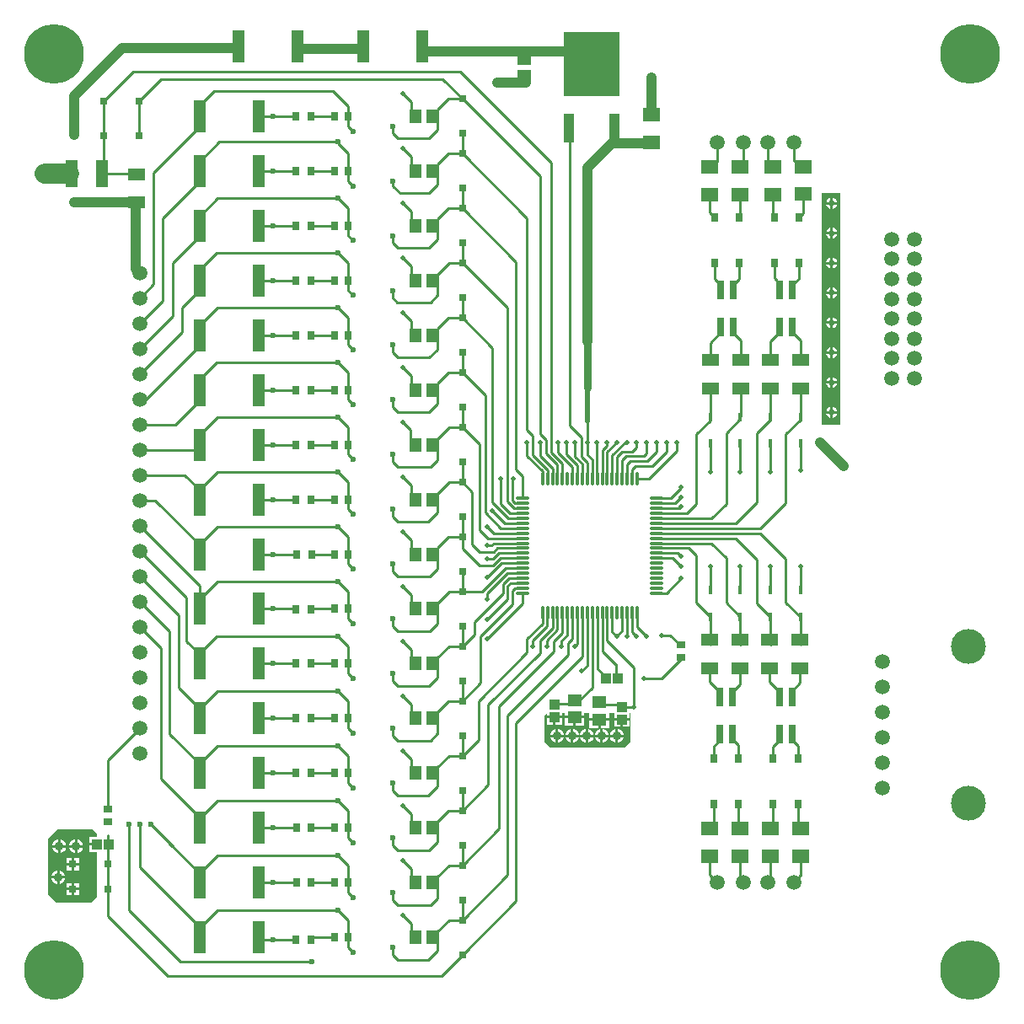
<source format=gtl>
G04 Layer_Physical_Order=1*
G04 Layer_Color=255*
%FSLAX25Y25*%
%MOIN*%
G70*
G01*
G75*
%ADD10R,0.07087X0.05315*%
%ADD11R,0.03937X0.03937*%
%ADD12R,0.04724X0.12992*%
%ADD13R,0.06890X0.04528*%
%ADD14R,0.03150X0.03740*%
%ADD15R,0.02756X0.03150*%
%ADD16R,0.02756X0.07677*%
%ADD17R,0.03150X0.03347*%
%ADD18O,0.01181X0.05709*%
%ADD19O,0.05709X0.01181*%
%ADD20R,0.03937X0.03937*%
%ADD21R,0.05709X0.04921*%
%ADD22R,0.03740X0.03150*%
%ADD23R,0.01772X0.03347*%
%ADD24R,0.21850X0.25197*%
%ADD25R,0.03937X0.11811*%
%ADD26R,0.04528X0.10630*%
%ADD27R,0.03150X0.02756*%
%ADD28R,0.04921X0.05709*%
%ADD29R,0.02559X0.03347*%
%ADD30C,0.01000*%
%ADD31C,0.03937*%
%ADD32C,0.07874*%
%ADD33C,0.01968*%
%ADD34C,0.02953*%
%ADD35C,0.05905*%
%ADD36C,0.23622*%
%ADD37C,0.13780*%
%ADD38C,0.02362*%
%ADD39C,0.03150*%
%ADD40C,0.03543*%
%ADD41C,0.01968*%
G36*
X243709Y105905D02*
X241347Y103543D01*
X211811D01*
X209457Y105512D01*
X209457Y115961D01*
X210432Y116936D01*
X210614Y116860D01*
Y116248D01*
X216551D01*
Y117323D01*
X217602D01*
Y116248D01*
X225311D01*
Y117323D01*
X227445D01*
Y115264D01*
X231299D01*
X235154D01*
Y117323D01*
X237189D01*
Y115264D01*
X240158D01*
X243126D01*
Y117323D01*
X243709D01*
X243709Y105905D01*
D02*
G37*
G36*
X326772Y322917D02*
X326772Y231184D01*
X319443Y231184D01*
X319443Y322917D01*
X326772Y322917D01*
D02*
G37*
G36*
X32677Y69685D02*
Y68323D01*
X29512D01*
Y65854D01*
X32480D01*
Y64854D01*
X29512D01*
Y62386D01*
X32677D01*
X32677Y44488D01*
X30315Y42126D01*
X16535Y42126D01*
X13386Y45276D01*
X13386Y67716D01*
X16929Y71260D01*
X31102D01*
X32677Y69685D01*
D02*
G37*
%LPC*%
G36*
X235013Y107768D02*
X232784D01*
Y105538D01*
X233007Y105567D01*
X233681Y105847D01*
X234260Y106291D01*
X234704Y106870D01*
X234984Y107544D01*
X235013Y107768D01*
D02*
G37*
G36*
X231784D02*
X229554D01*
X229583Y107544D01*
X229862Y106870D01*
X230307Y106291D01*
X230886Y105847D01*
X231560Y105567D01*
X231784Y105538D01*
Y107768D01*
D02*
G37*
G36*
X240919D02*
X238689D01*
Y105538D01*
X238913Y105567D01*
X239587Y105847D01*
X240166Y106291D01*
X240610Y106870D01*
X240889Y107544D01*
X240919Y107768D01*
D02*
G37*
G36*
X237689D02*
X235459D01*
X235489Y107544D01*
X235768Y106870D01*
X236212Y106291D01*
X236791Y105847D01*
X237465Y105567D01*
X237689Y105538D01*
Y107768D01*
D02*
G37*
G36*
X220079D02*
X217849D01*
X217878Y107544D01*
X218158Y106870D01*
X218602Y106291D01*
X219181Y105847D01*
X219855Y105567D01*
X220079Y105538D01*
Y107768D01*
D02*
G37*
G36*
X217297D02*
X215067D01*
Y105538D01*
X215290Y105567D01*
X215965Y105847D01*
X216544Y106291D01*
X216988Y106870D01*
X217267Y107544D01*
X217297Y107768D01*
D02*
G37*
G36*
X223308D02*
X221079D01*
Y105538D01*
X221302Y105567D01*
X221976Y105847D01*
X222555Y106291D01*
X223000Y106870D01*
X223279Y107544D01*
X223308Y107768D01*
D02*
G37*
G36*
X229108D02*
X226878D01*
Y105538D01*
X227101Y105567D01*
X227776Y105847D01*
X228355Y106291D01*
X228799Y106870D01*
X229078Y107544D01*
X229108Y107768D01*
D02*
G37*
G36*
X225878D02*
X223648D01*
X223678Y107544D01*
X223957Y106870D01*
X224401Y106291D01*
X224980Y105847D01*
X225654Y105567D01*
X225878Y105538D01*
Y107768D01*
D02*
G37*
G36*
X226878Y110997D02*
Y108768D01*
X229108D01*
X229078Y108991D01*
X228799Y109666D01*
X228355Y110245D01*
X227776Y110689D01*
X227101Y110968D01*
X226878Y110997D01*
D02*
G37*
G36*
X225878D02*
X225654Y110968D01*
X224980Y110689D01*
X224401Y110245D01*
X223957Y109666D01*
X223678Y108991D01*
X223648Y108768D01*
X225878D01*
Y110997D01*
D02*
G37*
G36*
X232784D02*
Y108768D01*
X235013D01*
X234984Y108991D01*
X234704Y109666D01*
X234260Y110245D01*
X233681Y110689D01*
X233007Y110968D01*
X232784Y110997D01*
D02*
G37*
G36*
X231784D02*
X231560Y110968D01*
X230886Y110689D01*
X230307Y110245D01*
X229862Y109666D01*
X229583Y108991D01*
X229554Y108768D01*
X231784D01*
Y110997D01*
D02*
G37*
G36*
X221079D02*
Y108768D01*
X223308D01*
X223279Y108991D01*
X223000Y109666D01*
X222555Y110245D01*
X221976Y110689D01*
X221302Y110968D01*
X221079Y110997D01*
D02*
G37*
G36*
X237689D02*
X237465Y110968D01*
X236791Y110689D01*
X236212Y110245D01*
X235768Y109666D01*
X235489Y108991D01*
X235459Y108768D01*
X237689D01*
Y110997D01*
D02*
G37*
G36*
X214067D02*
X213843Y110968D01*
X213169Y110689D01*
X212590Y110245D01*
X212146Y109666D01*
X211867Y108991D01*
X211837Y108768D01*
X214067D01*
Y110997D01*
D02*
G37*
G36*
X220079D02*
X219855Y110968D01*
X219181Y110689D01*
X218602Y110245D01*
X218158Y109666D01*
X217878Y108991D01*
X217849Y108768D01*
X220079D01*
Y110997D01*
D02*
G37*
G36*
X215067D02*
Y108768D01*
X217297D01*
X217267Y108991D01*
X216988Y109666D01*
X216544Y110245D01*
X215965Y110689D01*
X215290Y110968D01*
X215067Y110997D01*
D02*
G37*
G36*
X214067Y107768D02*
X211837D01*
X211867Y107544D01*
X212146Y106870D01*
X212590Y106291D01*
X213169Y105847D01*
X213843Y105567D01*
X214067Y105538D01*
Y107768D01*
D02*
G37*
G36*
X238689Y110997D02*
Y108768D01*
X240919D01*
X240889Y108991D01*
X240610Y109666D01*
X240166Y110245D01*
X239587Y110689D01*
X238913Y110968D01*
X238689Y110997D01*
D02*
G37*
G36*
X213083Y115248D02*
X210614D01*
Y112779D01*
X213083D01*
Y115248D01*
D02*
G37*
G36*
X225311Y115248D02*
X221957D01*
Y112287D01*
X225311D01*
Y115248D01*
D02*
G37*
G36*
X216551Y115248D02*
X214083D01*
Y112779D01*
X216551D01*
Y115248D01*
D02*
G37*
G36*
X235154Y114264D02*
X231799D01*
Y111303D01*
X235154D01*
Y114264D01*
D02*
G37*
G36*
X230799D02*
X227445D01*
Y111303D01*
X230799D01*
Y114264D01*
D02*
G37*
G36*
X239657D02*
X237189D01*
Y111795D01*
X239657D01*
Y114264D01*
D02*
G37*
G36*
X220957Y115248D02*
X217602D01*
Y112287D01*
X220957D01*
Y115248D01*
D02*
G37*
G36*
X243126Y114264D02*
X240657D01*
Y111795D01*
X243126D01*
Y114264D01*
D02*
G37*
G36*
X322728Y285589D02*
X322377Y285519D01*
X321656Y285037D01*
X321174Y284316D01*
X321104Y283965D01*
X322728D01*
Y285589D01*
D02*
G37*
G36*
X325353Y282965D02*
X323728D01*
Y281340D01*
X324079Y281410D01*
X324801Y281892D01*
X325283Y282613D01*
X325353Y282965D01*
D02*
G37*
G36*
X323728Y285589D02*
Y283965D01*
X325353D01*
X325283Y284316D01*
X324801Y285037D01*
X324079Y285519D01*
X323728Y285589D01*
D02*
G37*
G36*
X325353Y294776D02*
X323728D01*
Y293151D01*
X324079Y293221D01*
X324801Y293703D01*
X325283Y294425D01*
X325353Y294776D01*
D02*
G37*
G36*
X322728D02*
X321104D01*
X321174Y294425D01*
X321656Y293703D01*
X322377Y293221D01*
X322728Y293151D01*
Y294776D01*
D02*
G37*
G36*
X325353Y271153D02*
X323728D01*
Y269529D01*
X324079Y269599D01*
X324801Y270081D01*
X325283Y270802D01*
X325353Y271153D01*
D02*
G37*
G36*
X322728D02*
X321104D01*
X321174Y270802D01*
X321656Y270081D01*
X322377Y269599D01*
X322728Y269529D01*
Y271153D01*
D02*
G37*
G36*
Y273778D02*
X322377Y273708D01*
X321656Y273226D01*
X321174Y272505D01*
X321104Y272153D01*
X322728D01*
Y273778D01*
D02*
G37*
G36*
Y282965D02*
X321104D01*
X321174Y282613D01*
X321656Y281892D01*
X322377Y281410D01*
X322728Y281340D01*
Y282965D01*
D02*
G37*
G36*
X323728Y273778D02*
Y272153D01*
X325353D01*
X325283Y272505D01*
X324801Y273226D01*
X324079Y273708D01*
X323728Y273778D01*
D02*
G37*
G36*
X322728Y318398D02*
X321104D01*
X321174Y318047D01*
X321656Y317325D01*
X322377Y316843D01*
X322728Y316773D01*
Y318398D01*
D02*
G37*
G36*
X323728Y309211D02*
Y307587D01*
X325353D01*
X325283Y307938D01*
X324801Y308659D01*
X324079Y309141D01*
X323728Y309211D01*
D02*
G37*
G36*
X325353Y318398D02*
X323728D01*
Y316773D01*
X324079Y316843D01*
X324801Y317325D01*
X325283Y318047D01*
X325353Y318398D01*
D02*
G37*
G36*
X323728Y321022D02*
Y319398D01*
X325353D01*
X325283Y319749D01*
X324801Y320470D01*
X324079Y320952D01*
X323728Y321022D01*
D02*
G37*
G36*
X322728D02*
X322377Y320952D01*
X321656Y320470D01*
X321174Y319749D01*
X321104Y319398D01*
X322728D01*
Y321022D01*
D02*
G37*
G36*
X323728Y297400D02*
Y295776D01*
X325353D01*
X325283Y296127D01*
X324801Y296848D01*
X324079Y297330D01*
X323728Y297400D01*
D02*
G37*
G36*
X322728D02*
X322377Y297330D01*
X321656Y296848D01*
X321174Y296127D01*
X321104Y295776D01*
X322728D01*
Y297400D01*
D02*
G37*
G36*
Y306587D02*
X321104D01*
X321174Y306236D01*
X321656Y305514D01*
X322377Y305032D01*
X322728Y304962D01*
Y306587D01*
D02*
G37*
G36*
Y309211D02*
X322377Y309141D01*
X321656Y308659D01*
X321174Y307938D01*
X321104Y307587D01*
X322728D01*
Y309211D01*
D02*
G37*
G36*
X325353Y306587D02*
X323728D01*
Y304962D01*
X324079Y305032D01*
X324801Y305514D01*
X325283Y306236D01*
X325353Y306587D01*
D02*
G37*
G36*
Y235720D02*
X323728D01*
Y234096D01*
X324079Y234166D01*
X324801Y234648D01*
X325283Y235369D01*
X325353Y235720D01*
D02*
G37*
G36*
X322728D02*
X321104D01*
X321174Y235369D01*
X321656Y234648D01*
X322377Y234166D01*
X322728Y234096D01*
Y235720D01*
D02*
G37*
G36*
Y259343D02*
X321104D01*
X321174Y258992D01*
X321656Y258270D01*
X322377Y257788D01*
X322728Y257718D01*
Y259343D01*
D02*
G37*
G36*
X323728Y250156D02*
Y248532D01*
X325353D01*
X325283Y248883D01*
X324801Y249604D01*
X324079Y250086D01*
X323728Y250156D01*
D02*
G37*
G36*
X325353Y259343D02*
X323728D01*
Y257718D01*
X324079Y257788D01*
X324801Y258270D01*
X325283Y258992D01*
X325353Y259343D01*
D02*
G37*
G36*
X323728Y261967D02*
Y260343D01*
X325353D01*
X325283Y260694D01*
X324801Y261415D01*
X324079Y261897D01*
X323728Y261967D01*
D02*
G37*
G36*
X322728D02*
X322377Y261897D01*
X321656Y261415D01*
X321174Y260694D01*
X321104Y260343D01*
X322728D01*
Y261967D01*
D02*
G37*
G36*
X323728Y238345D02*
Y236720D01*
X325353D01*
X325283Y237071D01*
X324801Y237793D01*
X324079Y238275D01*
X323728Y238345D01*
D02*
G37*
G36*
X322728D02*
X322377Y238275D01*
X321656Y237793D01*
X321174Y237071D01*
X321104Y236720D01*
X322728D01*
Y238345D01*
D02*
G37*
G36*
Y247532D02*
X321104D01*
X321174Y247181D01*
X321656Y246459D01*
X322377Y245977D01*
X322728Y245907D01*
Y247532D01*
D02*
G37*
G36*
Y250156D02*
X322377Y250086D01*
X321656Y249604D01*
X321174Y248883D01*
X321104Y248532D01*
X322728D01*
Y250156D01*
D02*
G37*
G36*
X325353Y247532D02*
X323728D01*
Y245907D01*
X324079Y245977D01*
X324801Y246459D01*
X325283Y247181D01*
X325353Y247532D01*
D02*
G37*
G36*
X16823Y55092D02*
X16599Y55063D01*
X15925Y54783D01*
X15346Y54339D01*
X14902Y53760D01*
X14623Y53086D01*
X14593Y52862D01*
X16823D01*
Y55092D01*
D02*
G37*
G36*
X20053Y51862D02*
X17823D01*
Y49632D01*
X18046Y49662D01*
X18721Y49941D01*
X19300Y50385D01*
X19744Y50964D01*
X20023Y51639D01*
X20053Y51862D01*
D02*
G37*
G36*
X17823Y55092D02*
Y52862D01*
X20053D01*
X20023Y53086D01*
X19744Y53760D01*
X19300Y54339D01*
X18721Y54783D01*
X18046Y55063D01*
X17823Y55092D01*
D02*
G37*
G36*
X25606Y56980D02*
X23531D01*
Y55102D01*
X25606D01*
Y56980D01*
D02*
G37*
G36*
X22532D02*
X20457D01*
Y55102D01*
X22532D01*
Y56980D01*
D02*
G37*
G36*
X25606Y47138D02*
X23531D01*
Y45260D01*
X25606D01*
Y47138D01*
D02*
G37*
G36*
X22532D02*
X20457D01*
Y45260D01*
X22532D01*
Y47138D01*
D02*
G37*
G36*
Y50016D02*
X20457D01*
Y48138D01*
X22532D01*
Y50016D01*
D02*
G37*
G36*
X16823Y51862D02*
X14593D01*
X14623Y51639D01*
X14902Y50964D01*
X15346Y50385D01*
X15925Y49941D01*
X16599Y49662D01*
X16823Y49632D01*
Y51862D01*
D02*
G37*
G36*
X25606Y50016D02*
X23531D01*
Y48138D01*
X25606D01*
Y50016D01*
D02*
G37*
G36*
X17217Y67297D02*
X16993Y67267D01*
X16319Y66988D01*
X15740Y66544D01*
X15295Y65965D01*
X15016Y65290D01*
X14987Y65067D01*
X17217D01*
Y67297D01*
D02*
G37*
G36*
X27139Y64067D02*
X24909D01*
Y61837D01*
X25133Y61867D01*
X25807Y62146D01*
X26386Y62590D01*
X26831Y63169D01*
X27110Y63843D01*
X27139Y64067D01*
D02*
G37*
G36*
X18216Y67297D02*
Y65067D01*
X20446D01*
X20417Y65290D01*
X20138Y65965D01*
X19693Y66544D01*
X19114Y66988D01*
X18440Y67267D01*
X18216Y67297D01*
D02*
G37*
G36*
X24909D02*
Y65067D01*
X27139D01*
X27110Y65290D01*
X26831Y65965D01*
X26386Y66544D01*
X25807Y66988D01*
X25133Y67267D01*
X24909Y67297D01*
D02*
G37*
G36*
X23910D02*
X23686Y67267D01*
X23012Y66988D01*
X22433Y66544D01*
X21988Y65965D01*
X21709Y65290D01*
X21680Y65067D01*
X23910D01*
Y67297D01*
D02*
G37*
G36*
X25606Y59858D02*
X23531D01*
Y57980D01*
X25606D01*
Y59858D01*
D02*
G37*
G36*
X22532D02*
X20457D01*
Y57980D01*
X22532D01*
Y59858D01*
D02*
G37*
G36*
X17217Y64067D02*
X14987D01*
X15016Y63843D01*
X15295Y63169D01*
X15740Y62590D01*
X16319Y62146D01*
X16993Y61867D01*
X17217Y61837D01*
Y64067D01*
D02*
G37*
G36*
X23910D02*
X21680D01*
X21709Y63843D01*
X21988Y63169D01*
X22433Y62590D01*
X23012Y62146D01*
X23686Y61867D01*
X23910Y61837D01*
Y64067D01*
D02*
G37*
G36*
X20446D02*
X18216D01*
Y61837D01*
X18440Y61867D01*
X19114Y62146D01*
X19693Y62590D01*
X20138Y63169D01*
X20417Y63843D01*
X20446Y64067D01*
D02*
G37*
%LPD*%
D10*
X300000Y333268D02*
D03*
Y322441D02*
D03*
X287008Y333268D02*
D03*
Y322441D02*
D03*
X274803Y333268D02*
D03*
Y322441D02*
D03*
X311811Y333366D02*
D03*
Y322539D02*
D03*
X299048Y60728D02*
D03*
Y71555D02*
D03*
X311024Y60728D02*
D03*
Y71555D02*
D03*
X275098Y60728D02*
D03*
Y71555D02*
D03*
X287073Y60728D02*
D03*
Y71555D02*
D03*
X251969Y343012D02*
D03*
Y353839D02*
D03*
D11*
X238583Y130905D02*
D03*
X233858D02*
D03*
X37205Y65354D02*
D03*
X32480D02*
D03*
D12*
X137992Y380906D02*
D03*
X161221D02*
D03*
X88779D02*
D03*
X112008D02*
D03*
X73229Y353346D02*
D03*
X96457D02*
D03*
X73229Y331693D02*
D03*
X96457D02*
D03*
X73229Y310039D02*
D03*
X96457D02*
D03*
X73229Y288386D02*
D03*
X96457D02*
D03*
X73229Y266732D02*
D03*
X96457D02*
D03*
X73229Y245079D02*
D03*
X96457D02*
D03*
X73229Y223425D02*
D03*
X96457D02*
D03*
X73229Y201772D02*
D03*
X96457D02*
D03*
X73229Y180118D02*
D03*
X96457D02*
D03*
X73229Y158465D02*
D03*
X96457D02*
D03*
X73229Y136811D02*
D03*
X96457D02*
D03*
X73229Y115157D02*
D03*
X96457D02*
D03*
X73229Y93504D02*
D03*
X96457D02*
D03*
X73229Y71850D02*
D03*
X96457D02*
D03*
X73229Y50197D02*
D03*
X96457D02*
D03*
X73229Y28543D02*
D03*
X96457D02*
D03*
D13*
X48228Y330413D02*
D03*
Y319193D02*
D03*
X298753Y146260D02*
D03*
Y135039D02*
D03*
X275000Y146260D02*
D03*
Y135039D02*
D03*
X310630Y146260D02*
D03*
Y135039D02*
D03*
X286877Y146260D02*
D03*
Y135039D02*
D03*
X275197Y245620D02*
D03*
Y256840D02*
D03*
X287402Y245571D02*
D03*
Y256791D02*
D03*
X298950Y245669D02*
D03*
Y256890D02*
D03*
X311024Y245669D02*
D03*
Y256890D02*
D03*
D14*
X131890Y353346D02*
D03*
X126772D02*
D03*
X131890Y331693D02*
D03*
X126772D02*
D03*
X131890Y310039D02*
D03*
X126772D02*
D03*
X131890Y288386D02*
D03*
X126772D02*
D03*
X131890Y266732D02*
D03*
X126772D02*
D03*
X131890Y245079D02*
D03*
X126772D02*
D03*
X131890Y223425D02*
D03*
X126772D02*
D03*
X131890Y201772D02*
D03*
X126772D02*
D03*
X131890Y180118D02*
D03*
X126772D02*
D03*
X131890Y158465D02*
D03*
X126772D02*
D03*
X131890Y136811D02*
D03*
X126772D02*
D03*
X131890Y115157D02*
D03*
X126772D02*
D03*
X131890Y93504D02*
D03*
X126772D02*
D03*
X131890Y71850D02*
D03*
X126772D02*
D03*
X131890Y50197D02*
D03*
X126772D02*
D03*
X131890Y28543D02*
D03*
X126772D02*
D03*
D15*
X177165Y346457D02*
D03*
Y360236D02*
D03*
X177165Y324803D02*
D03*
Y338583D02*
D03*
X177165Y303150D02*
D03*
Y316929D02*
D03*
Y281496D02*
D03*
Y295276D02*
D03*
X177166Y259842D02*
D03*
Y273622D02*
D03*
Y238189D02*
D03*
Y251969D02*
D03*
Y216535D02*
D03*
Y230315D02*
D03*
X177165Y194882D02*
D03*
Y208661D02*
D03*
Y173228D02*
D03*
Y187008D02*
D03*
Y151575D02*
D03*
Y165354D02*
D03*
Y129921D02*
D03*
Y143701D02*
D03*
Y108268D02*
D03*
Y122047D02*
D03*
Y86614D02*
D03*
Y100394D02*
D03*
Y64961D02*
D03*
Y78740D02*
D03*
Y43307D02*
D03*
Y57087D02*
D03*
Y21654D02*
D03*
Y35433D02*
D03*
D16*
X279252Y284646D02*
D03*
X284252D02*
D03*
X279252Y270079D02*
D03*
X284252D02*
D03*
X302756Y284646D02*
D03*
X307756D02*
D03*
X302756Y270079D02*
D03*
X307756D02*
D03*
X302618Y123524D02*
D03*
X307618D02*
D03*
X302618Y108957D02*
D03*
X307618D02*
D03*
X278996Y123524D02*
D03*
X283996D02*
D03*
X278996Y108957D02*
D03*
X283996D02*
D03*
D17*
X276870Y313386D02*
D03*
X286713D02*
D03*
X276870Y295276D02*
D03*
X286713D02*
D03*
X300492Y313386D02*
D03*
X310335D02*
D03*
X300492Y295276D02*
D03*
X310335D02*
D03*
X309941Y81201D02*
D03*
X300098D02*
D03*
X309941Y99311D02*
D03*
X300098D02*
D03*
X286319Y81201D02*
D03*
X276476D02*
D03*
X286319Y99311D02*
D03*
X276476D02*
D03*
D18*
X208858Y209941D02*
D03*
X210827D02*
D03*
X212795D02*
D03*
X214764D02*
D03*
X216732D02*
D03*
X218701D02*
D03*
X220669D02*
D03*
X222638D02*
D03*
X224606D02*
D03*
X226575D02*
D03*
X228543D02*
D03*
X230512D02*
D03*
X232480D02*
D03*
X234449D02*
D03*
X236417D02*
D03*
X238386D02*
D03*
X240354D02*
D03*
X242323D02*
D03*
X244291D02*
D03*
X246260D02*
D03*
Y156988D02*
D03*
X244291D02*
D03*
X242323D02*
D03*
X240354D02*
D03*
X238386D02*
D03*
X236417D02*
D03*
X234449D02*
D03*
X232480D02*
D03*
X230512D02*
D03*
X228543D02*
D03*
X226575D02*
D03*
X224606D02*
D03*
X222638D02*
D03*
X220669D02*
D03*
X218701D02*
D03*
X216732D02*
D03*
X214764D02*
D03*
X212795D02*
D03*
X210827D02*
D03*
X208858D02*
D03*
D19*
X254035Y202165D02*
D03*
Y200197D02*
D03*
Y198228D02*
D03*
Y196260D02*
D03*
Y194291D02*
D03*
Y192323D02*
D03*
Y190354D02*
D03*
Y188386D02*
D03*
Y186417D02*
D03*
Y184449D02*
D03*
Y182480D02*
D03*
Y180512D02*
D03*
Y178543D02*
D03*
Y176575D02*
D03*
Y174606D02*
D03*
Y172638D02*
D03*
Y170669D02*
D03*
Y168701D02*
D03*
Y166732D02*
D03*
Y164764D02*
D03*
X201083D02*
D03*
Y166732D02*
D03*
Y168701D02*
D03*
Y170669D02*
D03*
Y172638D02*
D03*
Y174606D02*
D03*
Y176575D02*
D03*
Y178543D02*
D03*
Y180512D02*
D03*
Y182480D02*
D03*
Y184449D02*
D03*
Y186417D02*
D03*
Y188386D02*
D03*
Y190354D02*
D03*
Y192323D02*
D03*
Y194291D02*
D03*
Y196260D02*
D03*
Y198228D02*
D03*
Y200197D02*
D03*
Y202165D02*
D03*
D20*
X213583Y115748D02*
D03*
Y120472D02*
D03*
X240158Y119488D02*
D03*
Y114764D02*
D03*
D21*
X221457Y122441D02*
D03*
Y115748D02*
D03*
X231299Y114764D02*
D03*
Y121457D02*
D03*
X201772Y375984D02*
D03*
Y369291D02*
D03*
D22*
X263779Y139173D02*
D03*
Y144291D02*
D03*
X37008Y74213D02*
D03*
Y79331D02*
D03*
D23*
X275197Y165847D02*
D03*
Y155413D02*
D03*
X287073Y165847D02*
D03*
Y155413D02*
D03*
X298950Y165847D02*
D03*
Y155413D02*
D03*
X310827Y165847D02*
D03*
Y155413D02*
D03*
X275197Y223917D02*
D03*
Y234350D02*
D03*
X287073Y223917D02*
D03*
Y234350D02*
D03*
X298950Y223917D02*
D03*
Y234350D02*
D03*
X310827Y223917D02*
D03*
Y234350D02*
D03*
D24*
X228346Y374016D02*
D03*
D25*
X237362Y348622D02*
D03*
X219331D02*
D03*
D26*
X34547Y330709D02*
D03*
X22539D02*
D03*
D27*
X49213Y345472D02*
D03*
X35433D02*
D03*
X35433Y359252D02*
D03*
X49213D02*
D03*
X23031Y47638D02*
D03*
X36811D02*
D03*
X36811Y57480D02*
D03*
X23031D02*
D03*
D28*
X165256Y28543D02*
D03*
X158563D02*
D03*
X165256Y50197D02*
D03*
X158563D02*
D03*
X165256Y71850D02*
D03*
X158563D02*
D03*
X165256Y93504D02*
D03*
X158563D02*
D03*
X165256Y115157D02*
D03*
X158563D02*
D03*
X165256Y136811D02*
D03*
X158563D02*
D03*
X165256Y158465D02*
D03*
X158563D02*
D03*
X165256Y180118D02*
D03*
X158563D02*
D03*
X165256Y201772D02*
D03*
X158563D02*
D03*
X165256Y223425D02*
D03*
X158563D02*
D03*
X165256Y245079D02*
D03*
X158563D02*
D03*
X165256Y266732D02*
D03*
X158563D02*
D03*
X165256Y288386D02*
D03*
X158563D02*
D03*
X165256Y310039D02*
D03*
X158563D02*
D03*
X165256Y331693D02*
D03*
X158563D02*
D03*
X165256Y353346D02*
D03*
X158563D02*
D03*
D29*
X117323Y27559D02*
D03*
X111417D02*
D03*
X117421Y50197D02*
D03*
X111516D02*
D03*
X117421Y71850D02*
D03*
X111516D02*
D03*
X117224Y93504D02*
D03*
X111319D02*
D03*
X117323Y115157D02*
D03*
X111417D02*
D03*
X117323Y136811D02*
D03*
X111417D02*
D03*
X117323Y158366D02*
D03*
X111417D02*
D03*
X117520Y180118D02*
D03*
X111614D02*
D03*
X117323Y201772D02*
D03*
X111417D02*
D03*
X117323Y223425D02*
D03*
X111417D02*
D03*
X117323Y245079D02*
D03*
X111417D02*
D03*
X117323Y266732D02*
D03*
X111417D02*
D03*
X117323Y288287D02*
D03*
X111417D02*
D03*
X117323Y309941D02*
D03*
X111417D02*
D03*
X117323Y331496D02*
D03*
X111417D02*
D03*
X117323Y353346D02*
D03*
X111417D02*
D03*
D30*
X73228Y284646D02*
Y292520D01*
X156890Y353346D02*
Y358858D01*
Y288386D02*
Y293898D01*
Y266732D02*
Y272244D01*
X156791Y201772D02*
Y207382D01*
Y310039D02*
Y315650D01*
X21555Y330709D02*
Y333563D01*
X156791Y245079D02*
Y250689D01*
X156693Y223425D02*
Y229134D01*
X156791Y136811D02*
Y142421D01*
Y115157D02*
Y120768D01*
X156890Y71850D02*
Y77362D01*
X156791Y93504D02*
Y99114D01*
X156890Y28543D02*
Y34055D01*
Y50197D02*
Y55709D01*
X156791Y158465D02*
Y164075D01*
Y180118D02*
Y185728D01*
X73228Y349213D02*
Y357480D01*
X73228Y327559D02*
Y335433D01*
X73032Y158465D02*
X73228Y158661D01*
Y305906D02*
Y313779D01*
X73229Y262599D02*
Y266732D01*
X51968Y241339D02*
X73229Y262599D01*
X49606Y241339D02*
X51968D01*
X49606Y281339D02*
X55118Y286850D01*
X58661Y280394D02*
Y312992D01*
X49606Y271339D02*
X58661Y280394D01*
X49606Y261339D02*
X62598Y274331D01*
X66142Y277559D02*
X73228Y284646D01*
X66142Y267874D02*
Y277559D01*
X49606Y251339D02*
X66142Y267874D01*
X73229Y240945D02*
Y245079D01*
X63622Y231339D02*
X73229Y240945D01*
X49606Y231339D02*
X63622D01*
X57874Y91339D02*
Y143071D01*
X49606Y151339D02*
X57874Y143071D01*
X61417Y109055D02*
Y149528D01*
X49606Y161339D02*
X61417Y149528D01*
X64961Y127165D02*
Y155984D01*
X49606Y171339D02*
X64961Y155984D01*
X73228Y162205D02*
Y167717D01*
X68110Y145669D02*
Y162835D01*
X49606Y181339D02*
X68110Y162835D01*
X49606Y191339D02*
X73228Y167717D01*
X55748Y201339D02*
X73228Y183858D01*
X49606Y201339D02*
X55748D01*
X67402Y211339D02*
X73228Y205512D01*
X49606Y211339D02*
X67402D01*
X72362Y221339D02*
X73228Y220472D01*
X49606Y221339D02*
X72362D01*
X49606Y56299D02*
Y73228D01*
Y56299D02*
X73228Y32677D01*
X37008Y98740D02*
X49606Y111339D01*
X37008Y79331D02*
Y98740D01*
X45276Y39370D02*
Y73228D01*
X62598Y274331D02*
Y295276D01*
X287073Y234350D02*
X287270Y234547D01*
Y243307D01*
X310827Y144488D02*
X311024Y144291D01*
X298950Y144488D02*
X299147Y144291D01*
X287073Y144488D02*
X287270Y144291D01*
X275197Y144488D02*
X275394Y144291D01*
X37008Y37008D02*
Y68898D01*
X168898Y13386D02*
X177165Y21654D01*
X60630Y13386D02*
X168898D01*
X37008Y37008D02*
X60630Y13386D01*
X57874Y91339D02*
X73228Y75984D01*
X61417Y109055D02*
X73228Y97244D01*
X64961Y127165D02*
X73228Y118898D01*
X68110Y145669D02*
X73228Y140551D01*
X53937Y73228D02*
X62992Y64173D01*
X45276Y39370D02*
X65748Y18898D01*
X55118Y286850D02*
Y331102D01*
X238189Y147638D02*
X240354Y149803D01*
X236417Y149409D02*
X238189Y147638D01*
X234449Y145866D02*
X244882Y135433D01*
X234449Y145866D02*
Y156988D01*
X232480Y141747D02*
Y156988D01*
X230512Y143504D02*
Y156988D01*
X230474Y143466D02*
X230512Y143504D01*
X230474Y134880D02*
Y143466D01*
X228543Y127362D02*
Y156988D01*
X226575Y136024D02*
Y156988D01*
X224606Y139567D02*
Y156988D01*
X222638Y144685D02*
Y156988D01*
X221654Y143701D02*
X222638Y144685D01*
X220669Y146653D02*
Y156988D01*
X218898Y144882D02*
X220669Y146653D01*
X242323Y147835D02*
Y156988D01*
X244291Y149409D02*
X246063Y147638D01*
X244291Y149409D02*
Y156988D01*
X246260Y151378D02*
Y156988D01*
Y151378D02*
X250000Y147638D01*
X218898Y140157D02*
Y144882D01*
X216142Y143701D02*
Y145669D01*
X205118Y143701D02*
Y146063D01*
X210630Y143701D02*
Y146063D01*
X201083Y160531D02*
Y164764D01*
X187008Y146457D02*
X201083Y160531D01*
X184252Y147638D02*
X196850Y160236D01*
X184252Y129134D02*
Y147638D01*
X177165Y122047D02*
X184252Y129134D01*
X181890Y153150D02*
X193252Y164512D01*
X181890Y148425D02*
Y153150D01*
X187008Y154331D02*
X195051Y162374D01*
X177165Y143701D02*
X181890Y148425D01*
X187008Y178347D02*
X189399D01*
X187008Y183465D02*
X188583D01*
X187008Y190945D02*
X189567Y188386D01*
X192126Y200000D02*
Y209842D01*
X196929Y209528D02*
X197244Y209842D01*
X192126Y200000D02*
X195866Y196260D01*
X183858Y189764D02*
X187205Y186417D01*
X201083D01*
X183858Y189764D02*
Y223622D01*
X214961Y220363D02*
Y224213D01*
Y220363D02*
X220669Y214655D01*
Y209941D02*
Y214655D01*
X23031Y47638D02*
Y56496D01*
Y43701D02*
Y47638D01*
X219685Y231102D02*
X224410Y226378D01*
Y218548D02*
Y226378D01*
X226772Y219291D02*
Y224410D01*
Y232677D01*
X230433Y210020D02*
Y224291D01*
X232283Y120472D02*
X239764D01*
X231496Y121260D02*
X232283Y120472D01*
X203445Y368110D02*
X203543Y368209D01*
X117388Y331693D02*
X126772D01*
X117651Y245079D02*
X126772D01*
X117717Y223425D02*
X126772D01*
X149606Y325787D02*
Y327756D01*
X149606Y346457D02*
Y349409D01*
X177165Y338583D02*
Y346457D01*
Y338583D02*
X177165Y338583D01*
Y316929D02*
Y324803D01*
X177165Y316929D02*
X177165Y316929D01*
X177165Y295276D02*
Y303150D01*
X177165Y295276D02*
X177165Y295276D01*
Y273622D02*
Y281496D01*
Y273622D02*
X177166Y273622D01*
Y251969D02*
Y259842D01*
X177166Y251969D02*
X177166Y251969D01*
X177166Y238189D02*
X177166Y238189D01*
X177166Y230315D02*
Y238189D01*
X177166Y208662D02*
Y216535D01*
X177165Y208661D02*
X177166Y208662D01*
X177165Y187008D02*
Y194882D01*
Y165354D02*
Y173228D01*
Y143701D02*
Y151575D01*
Y122047D02*
Y129921D01*
X177165Y100394D02*
X177165Y100394D01*
Y78740D02*
Y86614D01*
X177165Y78740D02*
X177165Y78740D01*
Y57087D02*
Y64961D01*
Y35433D02*
Y43307D01*
X126772Y310039D02*
X126772Y310039D01*
X126772Y288386D02*
X126772Y288386D01*
X126772Y266732D02*
X126772Y266732D01*
X119882Y136811D02*
X119882Y136811D01*
X126772Y93504D02*
X126772Y93504D01*
X149606Y346457D02*
X151575Y344488D01*
X149606Y325787D02*
X152559Y322835D01*
X149606Y303150D02*
X151575Y301181D01*
X149606Y303150D02*
Y306102D01*
Y281496D02*
Y284449D01*
X149607Y259842D02*
X151575Y257874D01*
X149607Y259842D02*
Y262795D01*
Y238189D02*
X151575Y236221D01*
X149607Y238189D02*
Y241142D01*
Y216535D02*
X151575Y214567D01*
X149607Y216535D02*
Y219488D01*
X149606Y194882D02*
Y197835D01*
Y194882D02*
X149606D01*
X151575Y192913D01*
X149606Y173228D02*
X151575Y171260D01*
X149606Y173228D02*
Y176181D01*
Y151575D02*
Y154527D01*
Y151575D02*
X149606D01*
X151575Y149606D01*
X149606Y129921D02*
X151575Y127953D01*
X149606Y129921D02*
Y132874D01*
Y108268D02*
X151575Y106299D01*
X149606Y108268D02*
Y111221D01*
Y86614D02*
Y89567D01*
Y86614D02*
X151575Y84646D01*
X149606Y64961D02*
X151575Y62992D01*
X149606Y64961D02*
Y67913D01*
Y43307D02*
X151575Y41339D01*
X149606Y43307D02*
Y46260D01*
Y21654D02*
X151575Y19685D01*
X149606Y21654D02*
Y24606D01*
X44980Y330709D02*
X45276Y330413D01*
X169291Y368110D02*
X177165Y360236D01*
Y100394D02*
Y108268D01*
Y173228D02*
X177953Y172441D01*
X254035Y196260D02*
X265945D01*
X267291Y186417D02*
X267323Y186386D01*
X254035Y186417D02*
X267291D01*
X254035Y184449D02*
X275787D01*
X281496Y178740D01*
X254035Y194291D02*
X275787D01*
X267323Y186386D02*
X285268D01*
X254035Y192323D02*
X285236D01*
X254035Y190354D02*
X295079D01*
X254035Y188386D02*
X295079D01*
X305118Y178347D01*
X254035Y198228D02*
X263189D01*
X263779Y198819D01*
X254035Y200197D02*
X261221D01*
X263779Y202756D01*
X254035Y202165D02*
X259646D01*
X263779Y206299D01*
Y206693D01*
X254035Y180512D02*
X262402D01*
X263779Y179134D01*
X234370Y210020D02*
X234449Y209941D01*
X246260D02*
X250886D01*
X245749Y214961D02*
X252362D01*
X243780Y216929D02*
X250394D01*
X241812Y218898D02*
X248819D01*
X250000Y220079D01*
X240382Y220697D02*
X244319D01*
X246063Y222441D01*
Y224410D01*
X241550D02*
X242126D01*
X250000Y220079D02*
Y224410D01*
X253937Y220472D02*
Y224410D01*
X250394Y216929D02*
X253937Y220472D01*
X257874D02*
Y224410D01*
X252362Y214961D02*
X257874Y220472D01*
X261811Y220866D02*
Y224410D01*
X250886Y209941D02*
X261811Y220866D01*
X234252Y223017D02*
Y224410D01*
X232559Y221324D02*
X234252Y223017D01*
X232480Y209941D02*
X232559Y210020D01*
X214764Y209941D02*
Y215472D01*
X208858Y209941D02*
Y212795D01*
X202756Y218898D02*
X208858Y212795D01*
X202756Y218898D02*
Y224410D01*
X210827Y209941D02*
Y213371D01*
X212795Y209941D02*
Y213976D01*
X216732Y209941D02*
Y216047D01*
X222559Y210020D02*
X222638Y209941D01*
X254035Y178543D02*
X260433D01*
X263779Y175197D01*
X226772Y219291D02*
X228543Y217520D01*
X244291Y209941D02*
Y213503D01*
X245749Y214961D01*
X242323Y209941D02*
Y215472D01*
X243780Y216929D01*
X240354Y209941D02*
Y217440D01*
X241812Y218898D01*
X238386Y209941D02*
Y218701D01*
X240382Y220697D01*
X236417Y209941D02*
Y219277D01*
X241550Y224410D01*
X234370Y210020D02*
Y220590D01*
X238189Y224410D01*
X232559Y210020D02*
Y221324D01*
X228543Y209941D02*
Y217520D01*
X207874Y218898D02*
Y224311D01*
Y218898D02*
X212795Y213976D01*
X176378Y370866D02*
X212331Y334913D01*
Y220449D02*
X216732Y216047D01*
X212331Y220449D02*
Y334913D01*
X218209Y219660D02*
Y224311D01*
Y219660D02*
X222559Y215310D01*
Y210020D02*
Y215310D01*
X226575Y209941D02*
Y216383D01*
X221654Y218760D02*
Y224213D01*
Y218760D02*
X224528Y215885D01*
Y210020D02*
Y215885D01*
X242126Y147638D02*
X242323Y147835D01*
X240354Y149803D02*
Y156988D01*
X58071Y368110D02*
X169291D01*
X177165Y100394D02*
X183465Y106693D01*
X269685Y160925D02*
Y179527D01*
X281496Y160991D02*
Y178740D01*
X305118Y161122D02*
Y178347D01*
X255906Y130905D02*
X263779Y138779D01*
X47047Y370866D02*
X176378D01*
X177166Y273622D02*
X189071Y261717D01*
X201083Y202165D02*
Y211122D01*
X201004Y200276D02*
X201083Y200197D01*
X177165Y295276D02*
X194882Y277559D01*
Y200885D02*
Y277559D01*
X189071Y200511D02*
Y261717D01*
X196929Y201383D02*
Y209528D01*
X177165Y182283D02*
Y187008D01*
Y208661D02*
X181102Y204724D01*
X194882Y200885D02*
X197539Y198228D01*
X201083D01*
X196929Y201383D02*
X198036Y200276D01*
X201004D01*
X195866Y196260D02*
X201083D01*
X195290Y194291D02*
X201083D01*
X193898Y192323D02*
X201083D01*
X192323Y190354D02*
X201083D01*
X236417Y149409D02*
Y156988D01*
X237795Y132283D02*
Y136614D01*
X230474Y134880D02*
X233071Y132283D01*
X237704Y136523D02*
X237795Y136614D01*
X232480Y141747D02*
X237704Y136523D01*
X224410Y133858D02*
X226575Y136024D01*
X210748Y156909D02*
X210827Y156988D01*
X218701Y148228D02*
Y156988D01*
X216142Y145669D02*
X218701Y148228D01*
X213386Y145669D02*
X216732Y149016D01*
Y156988D01*
X214764Y150197D02*
Y156988D01*
X210630Y146063D02*
X214764Y150197D01*
X207874Y146063D02*
X212795Y150984D01*
Y156988D01*
X205118Y146063D02*
X210748Y151693D01*
Y156909D01*
X208858Y152559D02*
Y156988D01*
X202756Y146457D02*
X208858Y152559D01*
X248819Y130905D02*
X255906D01*
X244882Y135433D02*
X244882Y123622D01*
Y119685D02*
Y123622D01*
X177165Y182283D02*
X183858Y175591D01*
X181102Y183858D02*
Y204724D01*
X190989Y182480D02*
X201083D01*
X181102Y183858D02*
X183858Y181102D01*
Y175591D02*
X189188D01*
X183858Y181102D02*
X189611D01*
X187008Y170866D02*
X192717Y176575D01*
X201083D01*
X189611Y181102D02*
X190989Y182480D01*
X189567Y188386D02*
X201083D01*
X186221Y196457D02*
X192323Y190354D01*
X186221Y196457D02*
Y242914D01*
X177166Y251969D02*
X186221Y242914D01*
X189071Y200511D02*
X195290Y194291D01*
X188976Y197245D02*
X193898Y192323D01*
X177166Y230315D02*
X183858Y223622D01*
X177165Y338583D02*
X202756Y312992D01*
X205039Y219159D02*
X210827Y213371D01*
X202756Y229134D02*
Y312992D01*
Y229134D02*
X205039Y226850D01*
Y219159D02*
Y226850D01*
X207874Y227540D02*
X210157Y225257D01*
X207874Y227540D02*
Y329527D01*
X177165Y360236D02*
X207874Y329527D01*
X210157Y220078D02*
X214764Y215472D01*
X210157Y220078D02*
Y225257D01*
X224410Y218548D02*
X226575Y216383D01*
X254035Y164764D02*
X258071D01*
X263779Y170472D01*
X183465Y106693D02*
Y122047D01*
X202756Y141339D01*
Y146457D01*
X213386Y141732D02*
Y145669D01*
X207874Y140945D02*
Y146063D01*
X177165Y35433D02*
X194882Y53150D01*
Y116142D01*
X218898Y140157D01*
X177165Y57087D02*
X191732Y71653D01*
Y120079D01*
X213386Y141732D01*
X177165Y78740D02*
X187402Y88976D01*
Y120472D01*
X207874Y140945D01*
X177165Y21654D02*
X198425Y42913D01*
Y113386D01*
X224606Y139567D01*
X198425Y213779D02*
X201083Y211122D01*
X198425Y213779D02*
Y295669D01*
X177165Y316929D02*
X198425Y295669D01*
X219685Y231102D02*
Y344409D01*
X73228Y180118D02*
Y183858D01*
Y183858D01*
Y183858D02*
X80315Y190945D01*
X127953D01*
X131890Y176181D02*
X133858Y174213D01*
X131890Y176181D02*
Y180118D01*
X127953Y190945D02*
X131890Y187008D01*
Y180118D02*
Y187008D01*
X73228Y158465D02*
Y158661D01*
Y162205D01*
X80315Y169291D01*
X127953D01*
X131890Y154528D02*
Y158465D01*
Y154528D02*
X133858Y152559D01*
X131890Y158465D02*
Y165354D01*
X127953Y169291D02*
X131890Y165354D01*
X73228Y136811D02*
Y140551D01*
Y140945D01*
X79921Y147638D01*
X127953D01*
X131890Y132874D02*
X133858Y130905D01*
X131890Y132874D02*
Y136811D01*
X127953Y147638D02*
X131890Y143701D01*
Y136811D02*
Y143701D01*
X73228Y115157D02*
Y118898D01*
Y118898D01*
Y118898D02*
X80315Y125984D01*
X127953D01*
X131890Y111221D02*
X133858Y109252D01*
X131890Y111221D02*
Y115157D01*
X127953Y125984D02*
X131890Y122047D01*
Y115157D02*
Y122047D01*
X73228Y93504D02*
Y97244D01*
X80315Y104331D01*
X127953D01*
X131890Y89567D02*
X133858Y87598D01*
X131890Y89567D02*
Y93504D01*
X127953Y104331D02*
X131890Y100394D01*
Y93504D02*
Y100394D01*
X73228Y71850D02*
Y75590D01*
Y75984D01*
Y75590D02*
X80315Y82677D01*
X127953D01*
X131890Y67913D02*
X133858Y65945D01*
X131890Y67913D02*
Y71850D01*
X127953Y82677D02*
X131890Y78740D01*
Y71850D02*
Y78740D01*
X73228Y50197D02*
Y53937D01*
X61055Y66110D02*
X73228Y53937D01*
X80315Y61024D01*
X127953D01*
X131890Y46260D02*
X133858Y44291D01*
X131890Y46260D02*
Y50197D01*
X127953Y61024D02*
X131890Y57087D01*
Y50197D02*
Y57087D01*
X73228Y32283D02*
Y32677D01*
Y28543D02*
Y32283D01*
X80315Y39370D01*
X127953D01*
X131890Y24606D02*
Y28543D01*
Y24606D02*
X133858Y22638D01*
X131890Y28543D02*
Y35433D01*
X127953Y39370D02*
X131890Y35433D01*
X73228Y201772D02*
Y205512D01*
Y205512D01*
Y205512D02*
X80315Y212598D01*
X127953D01*
X131890Y197835D02*
X133858Y195866D01*
X131890Y197835D02*
Y201772D01*
X127953Y212598D02*
X131890Y208661D01*
Y201772D02*
Y208661D01*
X73228Y220472D02*
X73229Y220473D01*
Y227166D02*
X80315Y234252D01*
X127953D01*
X131890Y219488D02*
X133859Y217520D01*
X131890Y219488D02*
Y223425D01*
X127953Y234252D02*
X131890Y230315D01*
Y223425D02*
Y230315D01*
X73229Y245079D02*
Y249213D01*
X79921Y255906D01*
X127953D01*
X131890Y241142D02*
X133859Y239173D01*
X131890Y241142D02*
Y245079D01*
X127953Y255906D02*
X131890Y251968D01*
Y245079D02*
Y251968D01*
X73229Y270473D02*
X80315Y277559D01*
X127953D01*
X131890Y262795D02*
X133859Y260827D01*
X131890Y262795D02*
Y266732D01*
X127953Y277559D02*
X131890Y273622D01*
Y266732D02*
Y273622D01*
X73228Y292520D02*
X79921Y299213D01*
X127953D01*
X131890Y284449D02*
X133858Y282480D01*
X131890Y284449D02*
Y288386D01*
X127953Y299213D02*
X131890Y295276D01*
Y288386D02*
Y295276D01*
X62598Y295276D02*
X73228Y305906D01*
Y313779D02*
X80315Y320866D01*
X127953D01*
X131890Y306102D02*
X133858Y304134D01*
X131890Y306102D02*
Y310039D01*
X127953Y320866D02*
X131890Y316929D01*
Y310039D02*
Y316929D01*
X58661Y312992D02*
X73228Y327559D01*
Y335433D02*
X81102Y343307D01*
X127953D01*
X131890Y327756D02*
Y331693D01*
Y327756D02*
X133858Y325787D01*
X131890Y331693D02*
Y338583D01*
X127953Y342520D02*
Y343307D01*
Y342520D02*
X131890Y338583D01*
X55118Y331102D02*
X73228Y349213D01*
Y357480D02*
X78937Y363189D01*
X131890Y349409D02*
X133858Y347441D01*
X131890Y349409D02*
Y353346D01*
X78937Y363189D02*
X125984D01*
X131890Y353346D02*
Y357283D01*
X125984Y363189D02*
X131890Y357283D01*
X35433Y359252D02*
X47047Y370866D01*
X49213Y345472D02*
Y359252D01*
X58071Y368110D01*
X33563Y330709D02*
X34547D01*
X44980D01*
X119882Y71850D02*
X119882Y71850D01*
X275787Y194291D02*
X281496Y200000D01*
X265945Y196291D02*
X269685Y200031D01*
X295079Y190354D02*
X305118Y200394D01*
X275197Y212598D02*
Y223524D01*
X287073Y212598D02*
Y223917D01*
X298950Y212598D02*
Y223917D01*
X310827Y213386D02*
Y223917D01*
X285236Y192323D02*
X293701Y200787D01*
X281496Y227953D02*
X287073Y233530D01*
Y234350D01*
X305118Y200394D02*
Y227559D01*
X310827Y233268D01*
Y234350D01*
X293701Y200787D02*
Y227953D01*
X299016Y233268D01*
X269685Y200031D02*
Y227559D01*
X275197Y233071D01*
Y234350D01*
X259449Y148031D02*
X263202Y144278D01*
X255906Y148031D02*
X259449D01*
X266732Y182480D02*
X269685Y179527D01*
X254035Y182480D02*
X266732D01*
X310827Y165847D02*
Y175197D01*
X298950Y165847D02*
Y175197D01*
X287073Y165847D02*
Y175197D01*
X275197Y165847D02*
Y175197D01*
X269685Y160925D02*
X275197Y155413D01*
X281496Y160991D02*
X287073Y155413D01*
X305118Y161122D02*
X310827Y155413D01*
X96457Y28543D02*
X97835Y27165D01*
X96457Y50197D02*
X102362D01*
X96457Y71850D02*
X102362D01*
X96457Y310039D02*
X102362D01*
X96457Y245079D02*
X102362D01*
X73229Y220473D02*
Y223425D01*
Y227166D01*
Y266732D02*
Y270473D01*
X119882Y71850D02*
X126772D01*
X117913Y158465D02*
X126772D01*
X213779Y120079D02*
X214567Y120866D01*
X222047D01*
X228543Y127362D01*
X117585Y266732D02*
X126772D01*
X117848Y180118D02*
X126772D01*
X118110Y93504D02*
X126772D01*
X118307Y28543D02*
X126772D01*
X117782Y201772D02*
X126772D01*
X117520Y288386D02*
X126772D01*
X117454Y310039D02*
X126772D01*
X119882Y136811D02*
X126772D01*
X118242Y50197D02*
X126772D01*
X293701Y160663D02*
X298950Y155413D01*
X293701Y160663D02*
Y177953D01*
X285268Y186386D02*
X293701Y177953D01*
X281496Y200000D02*
Y227953D01*
X33563Y330709D02*
X35433Y332579D01*
Y359252D01*
X238976Y119685D02*
X244882D01*
X98228Y27559D02*
X102362D01*
X65748Y18898D02*
X117717D01*
X196850Y160236D02*
Y165748D01*
X197835Y166732D01*
X201083D01*
X195051Y162374D02*
Y167492D01*
X193252Y164512D02*
Y168237D01*
X194291Y174606D02*
X201083D01*
X177165Y165354D02*
X185039D01*
X194291Y174606D01*
X187008Y162205D02*
Y164538D01*
X195108Y172638D01*
X201083D01*
X193252Y168237D02*
X195684Y170669D01*
X201083D01*
X195051Y167492D02*
X196260Y168701D01*
X201083D01*
X189188Y175591D02*
X192141Y178543D01*
X201083D01*
X189399Y178347D02*
X191565Y180512D01*
X201083D01*
X188583Y183465D02*
X189567Y184449D01*
X201083D01*
X167323Y356004D02*
X171555Y360236D01*
X177165D01*
X153543Y362205D02*
X156890Y358858D01*
X156791Y332283D02*
Y337303D01*
X153543Y340551D02*
X156791Y337303D01*
X167323Y334252D02*
X171653Y338583D01*
X177165D01*
X153543Y318898D02*
X156791Y315650D01*
X167323Y312500D02*
X171752Y316929D01*
X177165D01*
X151575Y301181D02*
X163878D01*
X167323Y304626D01*
Y312500D01*
X152559Y322835D02*
X163976D01*
X167323Y326181D01*
Y334252D01*
X151575Y344488D02*
X163976D01*
X167323Y347835D01*
Y356004D01*
X153543Y297244D02*
X156890Y293898D01*
X167323Y290748D02*
X171850Y295276D01*
X177165D01*
X149606Y281496D02*
X151378Y279724D01*
X164567D01*
X167323Y282480D01*
Y290748D01*
X167323Y269193D02*
X171752Y273622D01*
X177166D01*
X151575Y257874D02*
X164075D01*
X167323Y261122D01*
Y269193D01*
X153543Y275590D02*
X156890Y272244D01*
X153543Y253937D02*
X156791Y250689D01*
X167323Y247540D02*
X171752Y251969D01*
X177166D01*
X151575Y236221D02*
X163976D01*
X167323Y239567D01*
Y247540D01*
Y225689D02*
X171949Y230315D01*
X177166D01*
X153543Y232283D02*
X156693Y229134D01*
X151575Y214567D02*
X164567D01*
X167323Y217323D01*
Y225689D01*
X167323Y204035D02*
X171949Y208661D01*
X177165D01*
X151575Y192913D02*
X163779D01*
X167323Y196457D01*
Y204035D01*
X153543Y210630D02*
X156791Y207382D01*
X153543Y188976D02*
X156791Y185728D01*
X167323Y182579D02*
X171752Y187008D01*
X177165D01*
X151575Y171260D02*
X164272D01*
X167323Y174311D01*
Y182579D01*
Y160728D02*
X171949Y165354D01*
X177165D01*
X153543Y167323D02*
X156791Y164075D01*
X151575Y149606D02*
X164370D01*
X167323Y152559D01*
Y160728D01*
Y139173D02*
X171850Y143701D01*
X177165D01*
X151575Y127953D02*
X163976D01*
X167323Y131299D01*
Y139173D01*
X153543Y145669D02*
X156791Y142421D01*
X153543Y124016D02*
X156791Y120768D01*
X167323Y117618D02*
X171752Y122047D01*
X177165D01*
X151575Y106299D02*
X164469D01*
X167323Y109153D01*
Y117618D01*
X153543Y102362D02*
X156791Y99114D01*
X167323Y95866D02*
X171850Y100394D01*
X177165D01*
X151575Y84646D02*
X163779D01*
X167323Y88189D01*
Y95866D01*
X153543Y80709D02*
X156890Y77362D01*
X167323Y74311D02*
X171752Y78740D01*
X177165D01*
X151575Y62992D02*
X163976D01*
X167323Y66339D01*
Y74311D01*
X153543Y59055D02*
X156890Y55709D01*
X167323Y52559D02*
X171850Y57087D01*
X177165D01*
X151575Y41339D02*
X164665D01*
X167323Y43996D01*
Y52559D01*
X153543Y37402D02*
X156890Y34055D01*
X167323Y30906D02*
X171850Y35433D01*
X177165D01*
X151575Y19685D02*
X163583D01*
X167323Y23425D01*
Y30906D01*
X102362Y245079D02*
X111089D01*
X102362Y353346D02*
X111417D01*
X111417Y353346D01*
X96260Y353346D02*
X102362D01*
X117323Y353346D02*
X120866D01*
X120866Y353346D01*
X126772D01*
X111352Y331693D02*
X111417Y331627D01*
X117323D02*
X117388Y331693D01*
X102362Y310039D02*
X111286D01*
X102362Y288386D02*
X111221D01*
X102362Y266732D02*
X111155D01*
X102362Y223425D02*
X111024D01*
X102362Y201772D02*
X110958D01*
X102362Y180118D02*
X110892D01*
X102362Y158465D02*
X110827D01*
X102362Y136811D02*
X110761D01*
X117979D02*
X119882D01*
X102362Y115157D02*
X110696D01*
X102362Y93504D02*
X110630D01*
X102362Y71850D02*
X110564D01*
X118176D02*
X119882D01*
X102362Y50197D02*
X110499D01*
X102362Y27559D02*
X111417D01*
X97835Y27165D02*
X98228Y27559D01*
X117323D02*
X118307Y28543D01*
X110499Y50197D02*
X111417Y49278D01*
X117323D02*
X118242Y50197D01*
X117323Y70997D02*
X118176Y71850D01*
X110564D02*
X111417Y70997D01*
X117323Y92716D02*
X118110Y93504D01*
X96260D02*
X102362D01*
X110630D02*
X111417Y92716D01*
X117323Y114436D02*
X118045Y115157D01*
X127362D01*
X96260Y113157D02*
X98260D01*
X96260Y115157D02*
X102362D01*
X110696D02*
X111417Y114436D01*
X96260Y136811D02*
X102362D01*
X110761D02*
X111417Y136155D01*
X117323D02*
X117979Y136811D01*
X117323Y157874D02*
X117913Y158465D01*
X96260D02*
X102362D01*
X110827D02*
X111417Y157874D01*
X117323Y179593D02*
X117848Y180118D01*
X96260D02*
X102362D01*
X110892D02*
X111417Y179593D01*
X117323Y201312D02*
X117782Y201772D01*
X96260D02*
X102362D01*
X110958D02*
X111417Y201312D01*
X96260Y223425D02*
X102362D01*
X111024D02*
X111417Y223031D01*
X117323D02*
X117717Y223425D01*
X117323Y244751D02*
X117651Y245079D01*
X111089D02*
X111417Y244751D01*
X117323Y266470D02*
X117585Y266732D01*
X96260D02*
X102362D01*
X111155D02*
X111417Y266470D01*
X117323Y288189D02*
X117520Y288386D01*
X96260D02*
X102362D01*
X111221D02*
X111417Y288189D01*
X111286Y310039D02*
X111417Y309908D01*
X117323D02*
X117454Y310039D01*
X96260Y331693D02*
X111352D01*
X275197Y245965D02*
X275590Y246358D01*
X275197Y234350D02*
Y245620D01*
Y245965D01*
X298950Y234350D02*
Y245669D01*
X310827Y234350D02*
Y244291D01*
X288189Y334449D02*
Y342913D01*
X287008Y333268D02*
X288189Y334449D01*
X298031Y335236D02*
Y342913D01*
Y335236D02*
X300000Y333268D01*
X287008Y313681D02*
Y322441D01*
X286713Y313386D02*
X287008Y313681D01*
X300000Y313878D02*
Y322441D01*
Y313878D02*
X300492Y313386D01*
X311811Y314862D02*
Y322539D01*
X310335Y313386D02*
X311811Y314862D01*
X275197Y256840D02*
Y263779D01*
X279252Y267835D01*
Y270079D01*
X284252Y267717D02*
Y270079D01*
Y267717D02*
X287402Y264567D01*
Y256791D02*
Y264567D01*
X307756Y267835D02*
Y270079D01*
Y267835D02*
X311024Y264567D01*
Y256890D02*
Y264567D01*
X298950Y256890D02*
Y264304D01*
X302756Y268110D01*
Y270079D01*
X300492Y289272D02*
X301575Y288189D01*
X300492Y289272D02*
Y295276D01*
X307756Y284646D02*
Y286496D01*
X310335Y289075D01*
Y295276D01*
X284252Y284646D02*
Y286614D01*
X286713Y289075D01*
Y295276D01*
X276870Y288878D02*
Y295276D01*
Y288878D02*
X279252Y286496D01*
Y284646D02*
Y286496D01*
X274803Y315453D02*
Y322441D01*
Y315453D02*
X276870Y313386D01*
X308268Y335827D02*
Y342913D01*
Y335827D02*
X310728Y333366D01*
X311811D01*
X274803Y333268D02*
X275787D01*
X277953Y335433D01*
Y342913D01*
X275197Y146457D02*
Y155413D01*
X275000Y146260D02*
X275197Y146457D01*
X287073Y144488D02*
Y155413D01*
X298950Y146457D02*
Y155413D01*
X298753Y146260D02*
X298950Y146457D01*
X310827D02*
Y155413D01*
X310630Y146260D02*
X310827Y146457D01*
X276476Y72933D02*
Y81201D01*
X275098Y71555D02*
X276476Y72933D01*
X286319Y72310D02*
Y81201D01*
Y72310D02*
X287073Y71555D01*
X300098Y72605D02*
Y81201D01*
X299048Y71555D02*
X300098Y72605D01*
X309941Y72638D02*
Y81201D01*
Y72638D02*
X311024Y71555D01*
X275098Y53248D02*
Y60728D01*
Y53248D02*
X277953Y50394D01*
X287073Y51509D02*
Y60728D01*
Y51509D02*
X288189Y50394D01*
X299048Y51411D02*
Y60728D01*
X298031Y50394D02*
X299048Y51411D01*
X311024Y53150D02*
Y60728D01*
X308268Y50394D02*
X311024Y53150D01*
X276476Y99311D02*
Y104035D01*
X278996Y106555D01*
Y108957D01*
X283996Y106949D02*
Y108957D01*
Y106949D02*
X286319Y104626D01*
Y99311D02*
Y104626D01*
X300098Y99311D02*
Y104035D01*
X302618Y106555D01*
Y108957D01*
X307618Y106555D02*
Y108957D01*
Y106555D02*
X309941Y104232D01*
Y99311D02*
Y104232D01*
X298753Y129593D02*
Y135039D01*
Y129593D02*
X302618Y125728D01*
Y123524D02*
Y125728D01*
X307618Y123524D02*
Y126122D01*
X310630Y129134D01*
Y135039D01*
X283996Y123524D02*
Y125728D01*
X286877Y128609D01*
Y135039D01*
X275000Y129724D02*
Y135039D01*
Y129724D02*
X278996Y125728D01*
Y123524D02*
Y125728D01*
D31*
X190945Y366535D02*
X202165D01*
X42520Y380315D02*
X88976D01*
X48031Y292913D02*
X49606Y291339D01*
X163681Y379035D02*
X225492D01*
X318504Y224410D02*
X327953Y214961D01*
X236221Y342520D02*
X250984D01*
X48031Y292913D02*
Y318898D01*
X23622Y346063D02*
Y361417D01*
X42520Y380315D01*
X251969Y353839D02*
Y368504D01*
X226772Y264173D02*
Y333071D01*
X112992Y379921D02*
X137402D01*
X226772Y333071D02*
X236221Y342520D01*
X23720Y319193D02*
X45276D01*
D32*
X11811Y330709D02*
X21555D01*
D33*
X226772Y232677D02*
Y246063D01*
D34*
Y264173D01*
D35*
X49606Y291339D02*
D03*
Y281339D02*
D03*
Y271339D02*
D03*
Y261339D02*
D03*
Y251339D02*
D03*
Y241339D02*
D03*
Y231339D02*
D03*
Y221339D02*
D03*
Y211339D02*
D03*
Y201339D02*
D03*
Y191339D02*
D03*
Y181339D02*
D03*
Y171339D02*
D03*
Y161339D02*
D03*
Y151339D02*
D03*
Y141339D02*
D03*
Y131339D02*
D03*
Y121339D02*
D03*
Y111339D02*
D03*
Y101339D02*
D03*
X346850Y249606D02*
D03*
Y257480D02*
D03*
Y265354D02*
D03*
Y273228D02*
D03*
Y281102D02*
D03*
Y288976D02*
D03*
Y296850D02*
D03*
Y304724D02*
D03*
X355906Y304724D02*
D03*
Y296850D02*
D03*
Y288976D02*
D03*
Y281102D02*
D03*
Y273228D02*
D03*
Y265354D02*
D03*
Y257480D02*
D03*
Y249606D02*
D03*
X277953Y342913D02*
D03*
X288189D02*
D03*
X298031D02*
D03*
X308268D02*
D03*
Y50394D02*
D03*
X298031D02*
D03*
X288189D02*
D03*
X277953D02*
D03*
X343365Y137601D02*
D03*
Y127601D02*
D03*
Y117501D02*
D03*
Y107601D02*
D03*
Y97501D02*
D03*
X343265Y87601D02*
D03*
X11811Y330709D02*
D03*
D36*
X377953Y377953D02*
D03*
Y15748D02*
D03*
X15748D02*
D03*
Y377953D02*
D03*
D37*
X377165Y143701D02*
D03*
X377265Y81501D02*
D03*
D38*
X49606Y73228D02*
D03*
X53937D02*
D03*
X45276D02*
D03*
X149606Y349409D02*
D03*
X149606Y327756D02*
D03*
X149606Y306102D02*
D03*
Y284449D02*
D03*
X149607Y262795D02*
D03*
Y241142D02*
D03*
Y219488D02*
D03*
X149606Y154527D02*
D03*
Y176181D02*
D03*
Y197835D02*
D03*
Y132874D02*
D03*
Y111221D02*
D03*
Y89567D02*
D03*
Y67913D02*
D03*
Y46260D02*
D03*
Y24606D02*
D03*
X323228Y283465D02*
D03*
Y271654D02*
D03*
Y259842D02*
D03*
Y248031D02*
D03*
Y307087D02*
D03*
X133858Y174213D02*
D03*
X127953Y190945D02*
D03*
X133858Y152559D02*
D03*
X127953Y169291D02*
D03*
X133858Y130905D02*
D03*
X127953Y147638D02*
D03*
X133858Y109252D02*
D03*
X127953Y125984D02*
D03*
X133858Y87598D02*
D03*
X127953Y104331D02*
D03*
X133858Y65945D02*
D03*
X127953Y82677D02*
D03*
X133858Y44291D02*
D03*
X127953Y61024D02*
D03*
X133858Y22638D02*
D03*
X127953Y39370D02*
D03*
X133858Y195866D02*
D03*
X127953Y212598D02*
D03*
X133859Y217520D02*
D03*
X127953Y234252D02*
D03*
X133859Y239173D02*
D03*
X127953Y255906D02*
D03*
X133859Y260827D02*
D03*
X127953Y277559D02*
D03*
X133858Y282480D02*
D03*
X127953Y299213D02*
D03*
X133858Y304134D02*
D03*
X127953Y320866D02*
D03*
X133858Y325787D02*
D03*
X127953Y343307D02*
D03*
X133858Y347441D02*
D03*
X102362Y50197D02*
D03*
Y71850D02*
D03*
Y93504D02*
D03*
Y115157D02*
D03*
Y353346D02*
D03*
Y331496D02*
D03*
Y310039D02*
D03*
Y288386D02*
D03*
Y266732D02*
D03*
Y245079D02*
D03*
Y223425D02*
D03*
Y201772D02*
D03*
Y180118D02*
D03*
Y158465D02*
D03*
Y136811D02*
D03*
X323228Y295276D02*
D03*
Y236221D02*
D03*
Y318898D02*
D03*
X102362Y27559D02*
D03*
X117717Y18898D02*
D03*
D39*
X190945Y366535D02*
D03*
X23622Y346063D02*
D03*
X251969Y368504D02*
D03*
X23720Y319193D02*
D03*
D40*
X327953Y214961D02*
D03*
X318504Y224410D02*
D03*
X24409Y64567D02*
D03*
X17717D02*
D03*
X17323Y52362D02*
D03*
X214567Y108268D02*
D03*
X238189D02*
D03*
X232283D02*
D03*
X226378D02*
D03*
X220579D02*
D03*
D41*
X238189Y147638D02*
D03*
X221654Y143701D02*
D03*
X216142D02*
D03*
X205118D02*
D03*
X210630D02*
D03*
X187008Y146457D02*
D03*
X187008Y154331D02*
D03*
X187008Y162205D02*
D03*
Y178347D02*
D03*
Y183465D02*
D03*
X187008Y190945D02*
D03*
X192126Y209842D02*
D03*
X197244D02*
D03*
X221654Y224213D02*
D03*
X226772Y224410D02*
D03*
X230433Y224291D02*
D03*
X263779Y198819D02*
D03*
Y202756D02*
D03*
Y206693D02*
D03*
Y179134D02*
D03*
X250000Y147638D02*
D03*
X246063D02*
D03*
X242126Y224410D02*
D03*
X253937D02*
D03*
X257874D02*
D03*
X246063D02*
D03*
X250000D02*
D03*
X261811D02*
D03*
X238189D02*
D03*
X234252D02*
D03*
X202756D02*
D03*
X263779Y175197D02*
D03*
X207874Y224311D02*
D03*
X218209D02*
D03*
X242126Y147638D02*
D03*
X153543Y340551D02*
D03*
Y318898D02*
D03*
Y297244D02*
D03*
Y275590D02*
D03*
Y253937D02*
D03*
Y232283D02*
D03*
Y210630D02*
D03*
Y188976D02*
D03*
Y167323D02*
D03*
Y145669D02*
D03*
Y124016D02*
D03*
Y102362D02*
D03*
Y80709D02*
D03*
Y59055D02*
D03*
Y37402D02*
D03*
X275197Y175197D02*
D03*
X287073D02*
D03*
X298950D02*
D03*
X310827D02*
D03*
X287073Y212598D02*
D03*
X298950Y212598D02*
D03*
X214961Y224213D02*
D03*
X153543Y362205D02*
D03*
X224410Y133858D02*
D03*
X248819Y130905D02*
D03*
X244882Y119685D02*
D03*
X187008Y170866D02*
D03*
X188976Y197245D02*
D03*
X263779Y170472D02*
D03*
X275197Y212598D02*
D03*
X310827Y213386D02*
D03*
X255906Y148031D02*
D03*
M02*

</source>
